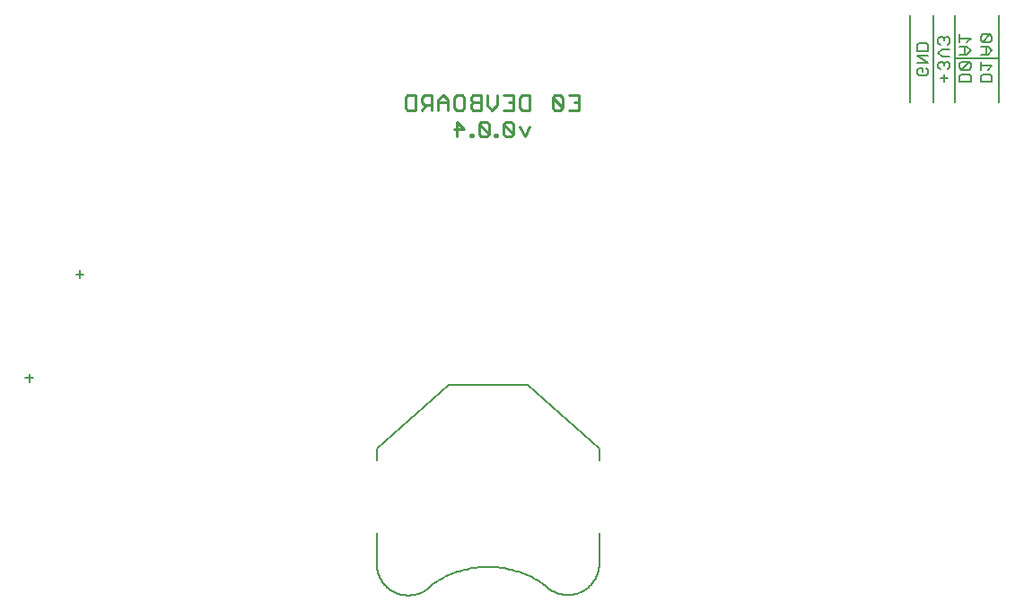
<source format=gbo>
G75*
%MOIN*%
%OFA0B0*%
%FSLAX25Y25*%
%IPPOS*%
%LPD*%
%AMOC8*
5,1,8,0,0,1.08239X$1,22.5*
%
%ADD10C,0.01000*%
%ADD11C,0.00800*%
D10*
X0202259Y0175754D02*
X0202259Y0181359D01*
X0205061Y0178556D01*
X0201325Y0178556D01*
X0207166Y0176688D02*
X0207166Y0175754D01*
X0208100Y0175754D01*
X0208100Y0176688D01*
X0207166Y0176688D01*
X0210441Y0176688D02*
X0210441Y0180425D01*
X0214177Y0176688D01*
X0213243Y0175754D01*
X0211375Y0175754D01*
X0210441Y0176688D01*
X0214177Y0176688D02*
X0214177Y0180425D01*
X0213243Y0181359D01*
X0211375Y0181359D01*
X0210441Y0180425D01*
X0216282Y0176688D02*
X0216282Y0175754D01*
X0217216Y0175754D01*
X0217216Y0176688D01*
X0216282Y0176688D01*
X0219556Y0176688D02*
X0219556Y0180425D01*
X0223293Y0176688D01*
X0222359Y0175754D01*
X0220491Y0175754D01*
X0219556Y0176688D01*
X0219556Y0180425D02*
X0220491Y0181359D01*
X0222359Y0181359D01*
X0223293Y0180425D01*
X0223293Y0176688D01*
X0225634Y0179490D02*
X0227502Y0175754D01*
X0229370Y0179490D01*
X0229370Y0185654D02*
X0226568Y0185654D01*
X0225634Y0186588D01*
X0225634Y0190325D01*
X0226568Y0191259D01*
X0229370Y0191259D01*
X0229370Y0185654D01*
X0223293Y0185654D02*
X0219556Y0185654D01*
X0217216Y0187522D02*
X0215348Y0185654D01*
X0213479Y0187522D01*
X0213479Y0191259D01*
X0211139Y0191259D02*
X0208336Y0191259D01*
X0207402Y0190325D01*
X0207402Y0189390D01*
X0208336Y0188456D01*
X0211139Y0188456D01*
X0211139Y0185654D02*
X0208336Y0185654D01*
X0207402Y0186588D01*
X0207402Y0187522D01*
X0208336Y0188456D01*
X0205061Y0186588D02*
X0204127Y0185654D01*
X0202259Y0185654D01*
X0201325Y0186588D01*
X0201325Y0190325D01*
X0202259Y0191259D01*
X0204127Y0191259D01*
X0205061Y0190325D01*
X0205061Y0186588D01*
X0198984Y0185654D02*
X0198984Y0189390D01*
X0197116Y0191259D01*
X0195248Y0189390D01*
X0195248Y0185654D01*
X0192907Y0185654D02*
X0192907Y0191259D01*
X0190105Y0191259D01*
X0189170Y0190325D01*
X0189170Y0188456D01*
X0190105Y0187522D01*
X0192907Y0187522D01*
X0191039Y0187522D02*
X0189170Y0185654D01*
X0186830Y0185654D02*
X0184027Y0185654D01*
X0183093Y0186588D01*
X0183093Y0190325D01*
X0184027Y0191259D01*
X0186830Y0191259D01*
X0186830Y0185654D01*
X0195248Y0188456D02*
X0198984Y0188456D01*
X0211139Y0185654D02*
X0211139Y0191259D01*
X0217216Y0191259D02*
X0217216Y0187522D01*
X0221425Y0188456D02*
X0223293Y0188456D01*
X0223293Y0185654D02*
X0223293Y0191259D01*
X0219556Y0191259D01*
X0237788Y0190325D02*
X0237788Y0186588D01*
X0238722Y0185654D01*
X0240590Y0185654D01*
X0241525Y0186588D01*
X0237788Y0190325D01*
X0238722Y0191259D01*
X0240590Y0191259D01*
X0241525Y0190325D01*
X0241525Y0186588D01*
X0243865Y0185654D02*
X0247602Y0185654D01*
X0247602Y0191259D01*
X0243865Y0191259D01*
X0245733Y0188456D02*
X0247602Y0188456D01*
D11*
X0043425Y0087505D02*
X0043425Y0084703D01*
X0044826Y0086104D02*
X0042024Y0086104D01*
X0062322Y0123286D02*
X0062322Y0126088D01*
X0060921Y0124687D02*
X0063724Y0124687D01*
X0172512Y0059724D02*
X0172512Y0055394D01*
X0172512Y0059724D02*
X0199283Y0083622D01*
X0228417Y0083622D01*
X0255189Y0059724D01*
X0255189Y0055394D01*
X0255189Y0028622D02*
X0255189Y0017205D01*
X0255183Y0016917D01*
X0255170Y0016630D01*
X0255150Y0016343D01*
X0255123Y0016057D01*
X0255089Y0015771D01*
X0255049Y0015486D01*
X0255001Y0015203D01*
X0254946Y0014920D01*
X0254885Y0014640D01*
X0254817Y0014360D01*
X0254741Y0014083D01*
X0254660Y0013807D01*
X0254571Y0013533D01*
X0254476Y0013262D01*
X0254374Y0012993D01*
X0254266Y0012727D01*
X0254151Y0012463D01*
X0254030Y0012202D01*
X0253902Y0011944D01*
X0253768Y0011690D01*
X0253628Y0011439D01*
X0253482Y0011191D01*
X0253330Y0010947D01*
X0253172Y0010706D01*
X0253009Y0010470D01*
X0252839Y0010238D01*
X0252664Y0010010D01*
X0252483Y0009786D01*
X0252297Y0009566D01*
X0252106Y0009352D01*
X0251909Y0009142D01*
X0251708Y0008937D01*
X0251501Y0008737D01*
X0251290Y0008541D01*
X0251074Y0008352D01*
X0250853Y0008167D01*
X0250628Y0007988D01*
X0250399Y0007815D01*
X0250166Y0007647D01*
X0249928Y0007485D01*
X0249687Y0007328D01*
X0249442Y0007178D01*
X0249193Y0007034D01*
X0248941Y0006895D01*
X0248685Y0006763D01*
X0248426Y0006638D01*
X0248165Y0006518D01*
X0247900Y0006405D01*
X0247633Y0006299D01*
X0247364Y0006199D01*
X0247092Y0006105D01*
X0246817Y0006019D01*
X0246541Y0005939D01*
X0246263Y0005866D01*
X0245983Y0005799D01*
X0245702Y0005740D01*
X0245419Y0005687D01*
X0245135Y0005641D01*
X0244850Y0005602D01*
X0244565Y0005570D01*
X0244278Y0005546D01*
X0243991Y0005528D01*
X0243704Y0005517D01*
X0243416Y0005513D01*
X0243128Y0005516D01*
X0242841Y0005526D01*
X0242554Y0005544D01*
X0242267Y0005568D01*
X0241982Y0005599D01*
X0241697Y0005637D01*
X0241413Y0005682D01*
X0241130Y0005734D01*
X0240848Y0005793D01*
X0240568Y0005859D01*
X0240290Y0005931D01*
X0240013Y0006011D01*
X0239739Y0006097D01*
X0239467Y0006189D01*
X0239197Y0006289D01*
X0238930Y0006394D01*
X0238665Y0006507D01*
X0238403Y0006626D01*
X0238144Y0006751D01*
X0237888Y0006882D01*
X0237636Y0007020D01*
X0237387Y0007164D01*
X0237141Y0007313D01*
X0236899Y0007469D01*
X0236661Y0007631D01*
X0236428Y0007798D01*
X0236198Y0007971D01*
X0235972Y0008149D01*
X0235751Y0008333D01*
X0235535Y0008523D01*
X0235323Y0008717D01*
X0235116Y0008917D01*
X0234914Y0009122D01*
X0234717Y0009331D01*
X0234716Y0009331D02*
X0233982Y0009832D01*
X0233235Y0010315D01*
X0232478Y0010779D01*
X0231709Y0011225D01*
X0230929Y0011652D01*
X0230139Y0012059D01*
X0229339Y0012448D01*
X0228531Y0012816D01*
X0227713Y0013165D01*
X0226887Y0013494D01*
X0226053Y0013802D01*
X0225212Y0014090D01*
X0224365Y0014357D01*
X0223511Y0014604D01*
X0222651Y0014829D01*
X0221786Y0015034D01*
X0220916Y0015217D01*
X0220042Y0015379D01*
X0219164Y0015520D01*
X0218283Y0015639D01*
X0217400Y0015736D01*
X0216514Y0015812D01*
X0215627Y0015867D01*
X0214739Y0015899D01*
X0213850Y0015910D01*
X0212961Y0015899D01*
X0212073Y0015867D01*
X0211186Y0015812D01*
X0210300Y0015736D01*
X0209417Y0015639D01*
X0208536Y0015520D01*
X0207658Y0015379D01*
X0206784Y0015217D01*
X0205914Y0015034D01*
X0205049Y0014829D01*
X0204189Y0014604D01*
X0203335Y0014357D01*
X0202488Y0014090D01*
X0201647Y0013802D01*
X0200813Y0013494D01*
X0199987Y0013165D01*
X0199169Y0012816D01*
X0198361Y0012448D01*
X0197561Y0012059D01*
X0196771Y0011652D01*
X0195991Y0011225D01*
X0195222Y0010779D01*
X0194465Y0010315D01*
X0193718Y0009832D01*
X0192984Y0009331D01*
X0192984Y0009330D02*
X0192794Y0009118D01*
X0192599Y0008911D01*
X0192398Y0008709D01*
X0192193Y0008511D01*
X0191983Y0008319D01*
X0191769Y0008132D01*
X0191550Y0007950D01*
X0191326Y0007773D01*
X0191098Y0007602D01*
X0190867Y0007437D01*
X0190631Y0007277D01*
X0190391Y0007123D01*
X0190148Y0006975D01*
X0189901Y0006833D01*
X0189651Y0006697D01*
X0189398Y0006567D01*
X0189141Y0006443D01*
X0188882Y0006326D01*
X0188619Y0006215D01*
X0188355Y0006110D01*
X0188087Y0006012D01*
X0187818Y0005921D01*
X0187546Y0005836D01*
X0187272Y0005757D01*
X0186996Y0005686D01*
X0186719Y0005621D01*
X0186440Y0005563D01*
X0186160Y0005511D01*
X0185879Y0005467D01*
X0185597Y0005429D01*
X0185314Y0005399D01*
X0185030Y0005375D01*
X0184746Y0005358D01*
X0184461Y0005348D01*
X0184176Y0005345D01*
X0183891Y0005349D01*
X0183607Y0005360D01*
X0183323Y0005378D01*
X0183039Y0005402D01*
X0182756Y0005434D01*
X0182474Y0005472D01*
X0182193Y0005518D01*
X0181913Y0005570D01*
X0181634Y0005629D01*
X0181357Y0005695D01*
X0181082Y0005767D01*
X0180808Y0005847D01*
X0180537Y0005932D01*
X0180267Y0006025D01*
X0180000Y0006124D01*
X0179736Y0006229D01*
X0179474Y0006341D01*
X0179215Y0006459D01*
X0178959Y0006584D01*
X0178706Y0006715D01*
X0178456Y0006851D01*
X0178210Y0006994D01*
X0177967Y0007143D01*
X0177728Y0007298D01*
X0177493Y0007458D01*
X0177261Y0007625D01*
X0177034Y0007796D01*
X0176811Y0007974D01*
X0176593Y0008156D01*
X0176379Y0008344D01*
X0176169Y0008537D01*
X0175965Y0008735D01*
X0175765Y0008938D01*
X0175571Y0009146D01*
X0175381Y0009359D01*
X0175197Y0009576D01*
X0175018Y0009797D01*
X0174844Y0010023D01*
X0174676Y0010253D01*
X0174514Y0010487D01*
X0174357Y0010725D01*
X0174207Y0010966D01*
X0174062Y0011211D01*
X0173923Y0011460D01*
X0173790Y0011712D01*
X0173664Y0011967D01*
X0173544Y0012225D01*
X0173430Y0012486D01*
X0173322Y0012750D01*
X0173221Y0013016D01*
X0173126Y0013285D01*
X0173038Y0013556D01*
X0172957Y0013829D01*
X0172882Y0014103D01*
X0172814Y0014380D01*
X0172753Y0014658D01*
X0172699Y0014938D01*
X0172651Y0015218D01*
X0172611Y0015500D01*
X0172577Y0015783D01*
X0172550Y0016066D01*
X0172530Y0016350D01*
X0172517Y0016635D01*
X0172511Y0016920D01*
X0172511Y0017204D01*
X0172512Y0017205D02*
X0172512Y0028622D01*
X0370543Y0188465D02*
X0370543Y0220748D01*
X0379205Y0220748D02*
X0379205Y0188465D01*
X0387079Y0188465D02*
X0387079Y0205000D01*
X0387079Y0220748D01*
X0388916Y0213714D02*
X0388916Y0210912D01*
X0388916Y0212313D02*
X0393119Y0212313D01*
X0391718Y0210912D01*
X0391718Y0209110D02*
X0388916Y0209110D01*
X0391018Y0209110D02*
X0391018Y0206308D01*
X0391718Y0206308D02*
X0393119Y0207709D01*
X0391718Y0209110D01*
X0391718Y0206308D02*
X0388916Y0206308D01*
X0387079Y0205000D02*
X0403614Y0205000D01*
X0403614Y0188465D01*
X0400993Y0196072D02*
X0396790Y0196072D01*
X0396790Y0198173D01*
X0397490Y0198874D01*
X0400293Y0198874D01*
X0400993Y0198173D01*
X0400993Y0196072D01*
X0393119Y0196072D02*
X0393119Y0198173D01*
X0392419Y0198874D01*
X0389616Y0198874D01*
X0388916Y0198173D01*
X0388916Y0196072D01*
X0393119Y0196072D01*
X0392419Y0200676D02*
X0393119Y0201376D01*
X0393119Y0202777D01*
X0392419Y0203478D01*
X0389616Y0200676D01*
X0388916Y0201376D01*
X0388916Y0202777D01*
X0389616Y0203478D01*
X0392419Y0203478D01*
X0392419Y0200676D02*
X0389616Y0200676D01*
X0385245Y0201497D02*
X0385245Y0202898D01*
X0384545Y0203598D01*
X0383844Y0203598D01*
X0383144Y0202898D01*
X0382443Y0203598D01*
X0381742Y0203598D01*
X0381042Y0202898D01*
X0381042Y0201497D01*
X0381742Y0200796D01*
X0383144Y0202197D02*
X0383144Y0202898D01*
X0385245Y0201497D02*
X0384545Y0200796D01*
X0383144Y0198995D02*
X0383144Y0196192D01*
X0384545Y0197593D02*
X0381742Y0197593D01*
X0377371Y0199195D02*
X0377371Y0200596D01*
X0376671Y0201296D01*
X0375270Y0201296D02*
X0375270Y0199895D01*
X0375270Y0201296D02*
X0373868Y0201296D01*
X0373168Y0200596D01*
X0373168Y0199195D01*
X0373868Y0198494D01*
X0376671Y0198494D01*
X0377371Y0199195D01*
X0377371Y0203098D02*
X0373168Y0203098D01*
X0373168Y0205900D02*
X0377371Y0205900D01*
X0377371Y0207702D02*
X0373168Y0207702D01*
X0373168Y0209804D01*
X0373868Y0210504D01*
X0376671Y0210504D01*
X0377371Y0209804D01*
X0377371Y0207702D01*
X0381042Y0206801D02*
X0382443Y0208202D01*
X0385245Y0208202D01*
X0384545Y0210004D02*
X0385245Y0210704D01*
X0385245Y0212106D01*
X0384545Y0212806D01*
X0383844Y0212806D01*
X0383144Y0212106D01*
X0382443Y0212806D01*
X0381742Y0212806D01*
X0381042Y0212106D01*
X0381042Y0210704D01*
X0381742Y0210004D01*
X0383144Y0211405D02*
X0383144Y0212106D01*
X0381042Y0206801D02*
X0382443Y0205400D01*
X0385245Y0205400D01*
X0377371Y0203098D02*
X0373168Y0205900D01*
X0396790Y0206308D02*
X0399592Y0206308D01*
X0400993Y0207709D01*
X0399592Y0209110D01*
X0396790Y0209110D01*
X0397490Y0210912D02*
X0396790Y0211612D01*
X0396790Y0213014D01*
X0397490Y0213714D01*
X0400293Y0213714D01*
X0397490Y0210912D01*
X0400293Y0210912D01*
X0400993Y0211612D01*
X0400993Y0213014D01*
X0400293Y0213714D01*
X0398892Y0209110D02*
X0398892Y0206308D01*
X0396790Y0203478D02*
X0396790Y0200676D01*
X0396790Y0202077D02*
X0400993Y0202077D01*
X0399592Y0200676D01*
X0403614Y0205000D02*
X0403614Y0220748D01*
M02*

</source>
